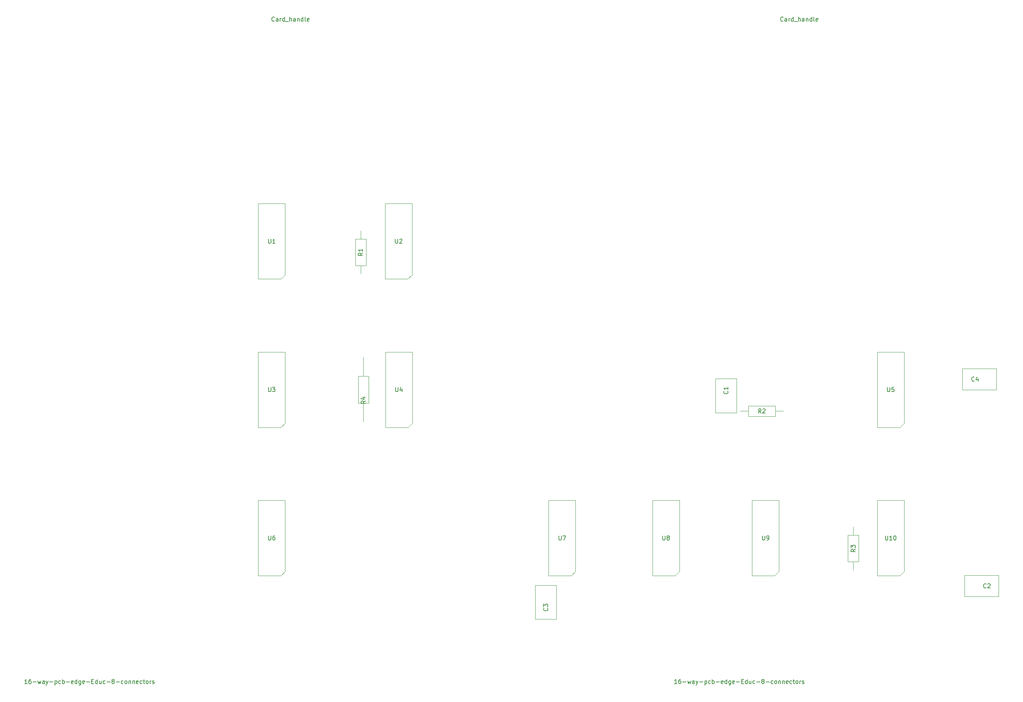
<source format=gbr>
%TF.GenerationSoftware,KiCad,Pcbnew,(5.1.10-1-10_14)*%
%TF.CreationDate,2022-02-06T20:45:04+11:00*%
%TF.ProjectId,Accumulator,41636375-6d75-46c6-9174-6f722e6b6963,rev?*%
%TF.SameCoordinates,Original*%
%TF.FileFunction,Other,Fab,Top*%
%FSLAX46Y46*%
G04 Gerber Fmt 4.6, Leading zero omitted, Abs format (unit mm)*
G04 Created by KiCad (PCBNEW (5.1.10-1-10_14)) date 2022-02-06 20:45:04*
%MOMM*%
%LPD*%
G01*
G04 APERTURE LIST*
%ADD10C,0.100000*%
%ADD11C,0.150000*%
G04 APERTURE END LIST*
D10*
%TO.C,C1*%
X186000000Y-98550000D02*
X191000000Y-98550000D01*
X191000000Y-98550000D02*
X191000000Y-90550000D01*
X191000000Y-90550000D02*
X186000000Y-90550000D01*
X186000000Y-90550000D02*
X186000000Y-98550000D01*
%TO.C,C2*%
X244750000Y-136940000D02*
X244750000Y-141940000D01*
X244750000Y-141940000D02*
X252750000Y-141940000D01*
X252750000Y-141940000D02*
X252750000Y-136940000D01*
X252750000Y-136940000D02*
X244750000Y-136940000D01*
%TO.C,C3*%
X148500000Y-139250000D02*
X143500000Y-139250000D01*
X143500000Y-139250000D02*
X143500000Y-147250000D01*
X143500000Y-147250000D02*
X148500000Y-147250000D01*
X148500000Y-147250000D02*
X148500000Y-139250000D01*
%TO.C,C4*%
X244250000Y-88100000D02*
X244250000Y-93100000D01*
X244250000Y-93100000D02*
X252250000Y-93100000D01*
X252250000Y-93100000D02*
X252250000Y-88100000D01*
X252250000Y-88100000D02*
X244250000Y-88100000D01*
%TO.C,R4*%
X101695000Y-96235000D02*
X104195000Y-96235000D01*
X104195000Y-96235000D02*
X104195000Y-89935000D01*
X104195000Y-89935000D02*
X101695000Y-89935000D01*
X101695000Y-89935000D02*
X101695000Y-96235000D01*
X102945000Y-100705000D02*
X102945000Y-96235000D01*
X102945000Y-85465000D02*
X102945000Y-89935000D01*
%TO.C,U2*%
X113415000Y-67010000D02*
X108065000Y-67010000D01*
X108065000Y-67010000D02*
X108065000Y-49230000D01*
X108065000Y-49230000D02*
X114415000Y-49230000D01*
X114415000Y-49230000D02*
X114415000Y-66010000D01*
X114415000Y-66010000D02*
X113415000Y-67010000D01*
%TO.C,R1*%
X103560000Y-57550000D02*
X101060000Y-57550000D01*
X101060000Y-57550000D02*
X101060000Y-63850000D01*
X101060000Y-63850000D02*
X103560000Y-63850000D01*
X103560000Y-63850000D02*
X103560000Y-57550000D01*
X102310000Y-55620000D02*
X102310000Y-57550000D01*
X102310000Y-65780000D02*
X102310000Y-63850000D01*
%TO.C,R2*%
X193775000Y-96915000D02*
X193775000Y-99415000D01*
X193775000Y-99415000D02*
X200075000Y-99415000D01*
X200075000Y-99415000D02*
X200075000Y-96915000D01*
X200075000Y-96915000D02*
X193775000Y-96915000D01*
X191845000Y-98165000D02*
X193775000Y-98165000D01*
X202005000Y-98165000D02*
X200075000Y-98165000D01*
%TO.C,R3*%
X217250000Y-133730000D02*
X219750000Y-133730000D01*
X219750000Y-133730000D02*
X219750000Y-127430000D01*
X219750000Y-127430000D02*
X217250000Y-127430000D01*
X217250000Y-127430000D02*
X217250000Y-133730000D01*
X218500000Y-135660000D02*
X218500000Y-133730000D01*
X218500000Y-125500000D02*
X218500000Y-127430000D01*
%TO.C,U1*%
X83485000Y-67010000D02*
X78135000Y-67010000D01*
X78135000Y-67010000D02*
X78135000Y-49230000D01*
X78135000Y-49230000D02*
X84485000Y-49230000D01*
X84485000Y-49230000D02*
X84485000Y-66010000D01*
X84485000Y-66010000D02*
X83485000Y-67010000D01*
%TO.C,U3*%
X83485000Y-102010000D02*
X78135000Y-102010000D01*
X78135000Y-102010000D02*
X78135000Y-84230000D01*
X78135000Y-84230000D02*
X84485000Y-84230000D01*
X84485000Y-84230000D02*
X84485000Y-101010000D01*
X84485000Y-101010000D02*
X83485000Y-102010000D01*
%TO.C,U4*%
X113485000Y-102010000D02*
X108135000Y-102010000D01*
X108135000Y-102010000D02*
X108135000Y-84230000D01*
X108135000Y-84230000D02*
X114485000Y-84230000D01*
X114485000Y-84230000D02*
X114485000Y-101010000D01*
X114485000Y-101010000D02*
X113485000Y-102010000D01*
%TO.C,U5*%
X229485000Y-102010000D02*
X224135000Y-102010000D01*
X224135000Y-102010000D02*
X224135000Y-84230000D01*
X224135000Y-84230000D02*
X230485000Y-84230000D01*
X230485000Y-84230000D02*
X230485000Y-101010000D01*
X230485000Y-101010000D02*
X229485000Y-102010000D01*
%TO.C,U6*%
X83485000Y-137010000D02*
X78135000Y-137010000D01*
X78135000Y-137010000D02*
X78135000Y-119230000D01*
X78135000Y-119230000D02*
X84485000Y-119230000D01*
X84485000Y-119230000D02*
X84485000Y-136010000D01*
X84485000Y-136010000D02*
X83485000Y-137010000D01*
%TO.C,U7*%
X151985000Y-137010000D02*
X146635000Y-137010000D01*
X146635000Y-137010000D02*
X146635000Y-119230000D01*
X146635000Y-119230000D02*
X152985000Y-119230000D01*
X152985000Y-119230000D02*
X152985000Y-136010000D01*
X152985000Y-136010000D02*
X151985000Y-137010000D01*
%TO.C,U8*%
X176485000Y-137010000D02*
X171135000Y-137010000D01*
X171135000Y-137010000D02*
X171135000Y-119230000D01*
X171135000Y-119230000D02*
X177485000Y-119230000D01*
X177485000Y-119230000D02*
X177485000Y-136010000D01*
X177485000Y-136010000D02*
X176485000Y-137010000D01*
%TO.C,U9*%
X199985000Y-137010000D02*
X194635000Y-137010000D01*
X194635000Y-137010000D02*
X194635000Y-119230000D01*
X194635000Y-119230000D02*
X200985000Y-119230000D01*
X200985000Y-119230000D02*
X200985000Y-136010000D01*
X200985000Y-136010000D02*
X199985000Y-137010000D01*
%TO.C,U10*%
X229485000Y-137010000D02*
X224135000Y-137010000D01*
X224135000Y-137010000D02*
X224135000Y-119230000D01*
X224135000Y-119230000D02*
X230485000Y-119230000D01*
X230485000Y-119230000D02*
X230485000Y-136010000D01*
X230485000Y-136010000D02*
X229485000Y-137010000D01*
%TD*%
%TO.C,C1*%
D11*
X188857142Y-93466666D02*
X188904761Y-93514285D01*
X188952380Y-93657142D01*
X188952380Y-93752380D01*
X188904761Y-93895238D01*
X188809523Y-93990476D01*
X188714285Y-94038095D01*
X188523809Y-94085714D01*
X188380952Y-94085714D01*
X188190476Y-94038095D01*
X188095238Y-93990476D01*
X188000000Y-93895238D01*
X187952380Y-93752380D01*
X187952380Y-93657142D01*
X188000000Y-93514285D01*
X188047619Y-93466666D01*
X188952380Y-92514285D02*
X188952380Y-93085714D01*
X188952380Y-92800000D02*
X187952380Y-92800000D01*
X188095238Y-92895238D01*
X188190476Y-92990476D01*
X188238095Y-93085714D01*
%TO.C,C2*%
X249833333Y-139797142D02*
X249785714Y-139844761D01*
X249642857Y-139892380D01*
X249547619Y-139892380D01*
X249404761Y-139844761D01*
X249309523Y-139749523D01*
X249261904Y-139654285D01*
X249214285Y-139463809D01*
X249214285Y-139320952D01*
X249261904Y-139130476D01*
X249309523Y-139035238D01*
X249404761Y-138940000D01*
X249547619Y-138892380D01*
X249642857Y-138892380D01*
X249785714Y-138940000D01*
X249833333Y-138987619D01*
X250214285Y-138987619D02*
X250261904Y-138940000D01*
X250357142Y-138892380D01*
X250595238Y-138892380D01*
X250690476Y-138940000D01*
X250738095Y-138987619D01*
X250785714Y-139082857D01*
X250785714Y-139178095D01*
X250738095Y-139320952D01*
X250166666Y-139892380D01*
X250785714Y-139892380D01*
%TO.C,C3*%
X146357142Y-144666666D02*
X146404761Y-144714285D01*
X146452380Y-144857142D01*
X146452380Y-144952380D01*
X146404761Y-145095238D01*
X146309523Y-145190476D01*
X146214285Y-145238095D01*
X146023809Y-145285714D01*
X145880952Y-145285714D01*
X145690476Y-145238095D01*
X145595238Y-145190476D01*
X145500000Y-145095238D01*
X145452380Y-144952380D01*
X145452380Y-144857142D01*
X145500000Y-144714285D01*
X145547619Y-144666666D01*
X145452380Y-144333333D02*
X145452380Y-143714285D01*
X145833333Y-144047619D01*
X145833333Y-143904761D01*
X145880952Y-143809523D01*
X145928571Y-143761904D01*
X146023809Y-143714285D01*
X146261904Y-143714285D01*
X146357142Y-143761904D01*
X146404761Y-143809523D01*
X146452380Y-143904761D01*
X146452380Y-144190476D01*
X146404761Y-144285714D01*
X146357142Y-144333333D01*
%TO.C,C4*%
X247053333Y-91012142D02*
X247005714Y-91059761D01*
X246862857Y-91107380D01*
X246767619Y-91107380D01*
X246624761Y-91059761D01*
X246529523Y-90964523D01*
X246481904Y-90869285D01*
X246434285Y-90678809D01*
X246434285Y-90535952D01*
X246481904Y-90345476D01*
X246529523Y-90250238D01*
X246624761Y-90155000D01*
X246767619Y-90107380D01*
X246862857Y-90107380D01*
X247005714Y-90155000D01*
X247053333Y-90202619D01*
X247910476Y-90440714D02*
X247910476Y-91107380D01*
X247672380Y-90059761D02*
X247434285Y-90774047D01*
X248053333Y-90774047D01*
%TO.C,H2*%
X201964285Y-6107142D02*
X201916666Y-6154761D01*
X201773809Y-6202380D01*
X201678571Y-6202380D01*
X201535714Y-6154761D01*
X201440476Y-6059523D01*
X201392857Y-5964285D01*
X201345238Y-5773809D01*
X201345238Y-5630952D01*
X201392857Y-5440476D01*
X201440476Y-5345238D01*
X201535714Y-5250000D01*
X201678571Y-5202380D01*
X201773809Y-5202380D01*
X201916666Y-5250000D01*
X201964285Y-5297619D01*
X202821428Y-6202380D02*
X202821428Y-5678571D01*
X202773809Y-5583333D01*
X202678571Y-5535714D01*
X202488095Y-5535714D01*
X202392857Y-5583333D01*
X202821428Y-6154761D02*
X202726190Y-6202380D01*
X202488095Y-6202380D01*
X202392857Y-6154761D01*
X202345238Y-6059523D01*
X202345238Y-5964285D01*
X202392857Y-5869047D01*
X202488095Y-5821428D01*
X202726190Y-5821428D01*
X202821428Y-5773809D01*
X203297619Y-6202380D02*
X203297619Y-5535714D01*
X203297619Y-5726190D02*
X203345238Y-5630952D01*
X203392857Y-5583333D01*
X203488095Y-5535714D01*
X203583333Y-5535714D01*
X204345238Y-6202380D02*
X204345238Y-5202380D01*
X204345238Y-6154761D02*
X204250000Y-6202380D01*
X204059523Y-6202380D01*
X203964285Y-6154761D01*
X203916666Y-6107142D01*
X203869047Y-6011904D01*
X203869047Y-5726190D01*
X203916666Y-5630952D01*
X203964285Y-5583333D01*
X204059523Y-5535714D01*
X204250000Y-5535714D01*
X204345238Y-5583333D01*
X204583333Y-6297619D02*
X205345238Y-6297619D01*
X205583333Y-6202380D02*
X205583333Y-5202380D01*
X206011904Y-6202380D02*
X206011904Y-5678571D01*
X205964285Y-5583333D01*
X205869047Y-5535714D01*
X205726190Y-5535714D01*
X205630952Y-5583333D01*
X205583333Y-5630952D01*
X206916666Y-6202380D02*
X206916666Y-5678571D01*
X206869047Y-5583333D01*
X206773809Y-5535714D01*
X206583333Y-5535714D01*
X206488095Y-5583333D01*
X206916666Y-6154761D02*
X206821428Y-6202380D01*
X206583333Y-6202380D01*
X206488095Y-6154761D01*
X206440476Y-6059523D01*
X206440476Y-5964285D01*
X206488095Y-5869047D01*
X206583333Y-5821428D01*
X206821428Y-5821428D01*
X206916666Y-5773809D01*
X207392857Y-5535714D02*
X207392857Y-6202380D01*
X207392857Y-5630952D02*
X207440476Y-5583333D01*
X207535714Y-5535714D01*
X207678571Y-5535714D01*
X207773809Y-5583333D01*
X207821428Y-5678571D01*
X207821428Y-6202380D01*
X208726190Y-6202380D02*
X208726190Y-5202380D01*
X208726190Y-6154761D02*
X208630952Y-6202380D01*
X208440476Y-6202380D01*
X208345238Y-6154761D01*
X208297619Y-6107142D01*
X208250000Y-6011904D01*
X208250000Y-5726190D01*
X208297619Y-5630952D01*
X208345238Y-5583333D01*
X208440476Y-5535714D01*
X208630952Y-5535714D01*
X208726190Y-5583333D01*
X209345238Y-6202380D02*
X209250000Y-6154761D01*
X209202380Y-6059523D01*
X209202380Y-5202380D01*
X210107142Y-6154761D02*
X210011904Y-6202380D01*
X209821428Y-6202380D01*
X209726190Y-6154761D01*
X209678571Y-6059523D01*
X209678571Y-5678571D01*
X209726190Y-5583333D01*
X209821428Y-5535714D01*
X210011904Y-5535714D01*
X210107142Y-5583333D01*
X210154761Y-5678571D01*
X210154761Y-5773809D01*
X209678571Y-5869047D01*
%TO.C,H1*%
X81964285Y-6107142D02*
X81916666Y-6154761D01*
X81773809Y-6202380D01*
X81678571Y-6202380D01*
X81535714Y-6154761D01*
X81440476Y-6059523D01*
X81392857Y-5964285D01*
X81345238Y-5773809D01*
X81345238Y-5630952D01*
X81392857Y-5440476D01*
X81440476Y-5345238D01*
X81535714Y-5250000D01*
X81678571Y-5202380D01*
X81773809Y-5202380D01*
X81916666Y-5250000D01*
X81964285Y-5297619D01*
X82821428Y-6202380D02*
X82821428Y-5678571D01*
X82773809Y-5583333D01*
X82678571Y-5535714D01*
X82488095Y-5535714D01*
X82392857Y-5583333D01*
X82821428Y-6154761D02*
X82726190Y-6202380D01*
X82488095Y-6202380D01*
X82392857Y-6154761D01*
X82345238Y-6059523D01*
X82345238Y-5964285D01*
X82392857Y-5869047D01*
X82488095Y-5821428D01*
X82726190Y-5821428D01*
X82821428Y-5773809D01*
X83297619Y-6202380D02*
X83297619Y-5535714D01*
X83297619Y-5726190D02*
X83345238Y-5630952D01*
X83392857Y-5583333D01*
X83488095Y-5535714D01*
X83583333Y-5535714D01*
X84345238Y-6202380D02*
X84345238Y-5202380D01*
X84345238Y-6154761D02*
X84250000Y-6202380D01*
X84059523Y-6202380D01*
X83964285Y-6154761D01*
X83916666Y-6107142D01*
X83869047Y-6011904D01*
X83869047Y-5726190D01*
X83916666Y-5630952D01*
X83964285Y-5583333D01*
X84059523Y-5535714D01*
X84250000Y-5535714D01*
X84345238Y-5583333D01*
X84583333Y-6297619D02*
X85345238Y-6297619D01*
X85583333Y-6202380D02*
X85583333Y-5202380D01*
X86011904Y-6202380D02*
X86011904Y-5678571D01*
X85964285Y-5583333D01*
X85869047Y-5535714D01*
X85726190Y-5535714D01*
X85630952Y-5583333D01*
X85583333Y-5630952D01*
X86916666Y-6202380D02*
X86916666Y-5678571D01*
X86869047Y-5583333D01*
X86773809Y-5535714D01*
X86583333Y-5535714D01*
X86488095Y-5583333D01*
X86916666Y-6154761D02*
X86821428Y-6202380D01*
X86583333Y-6202380D01*
X86488095Y-6154761D01*
X86440476Y-6059523D01*
X86440476Y-5964285D01*
X86488095Y-5869047D01*
X86583333Y-5821428D01*
X86821428Y-5821428D01*
X86916666Y-5773809D01*
X87392857Y-5535714D02*
X87392857Y-6202380D01*
X87392857Y-5630952D02*
X87440476Y-5583333D01*
X87535714Y-5535714D01*
X87678571Y-5535714D01*
X87773809Y-5583333D01*
X87821428Y-5678571D01*
X87821428Y-6202380D01*
X88726190Y-6202380D02*
X88726190Y-5202380D01*
X88726190Y-6154761D02*
X88630952Y-6202380D01*
X88440476Y-6202380D01*
X88345238Y-6154761D01*
X88297619Y-6107142D01*
X88250000Y-6011904D01*
X88250000Y-5726190D01*
X88297619Y-5630952D01*
X88345238Y-5583333D01*
X88440476Y-5535714D01*
X88630952Y-5535714D01*
X88726190Y-5583333D01*
X89345238Y-6202380D02*
X89250000Y-6154761D01*
X89202380Y-6059523D01*
X89202380Y-5202380D01*
X90107142Y-6154761D02*
X90011904Y-6202380D01*
X89821428Y-6202380D01*
X89726190Y-6154761D01*
X89678571Y-6059523D01*
X89678571Y-5678571D01*
X89726190Y-5583333D01*
X89821428Y-5535714D01*
X90011904Y-5535714D01*
X90107142Y-5583333D01*
X90154761Y-5678571D01*
X90154761Y-5773809D01*
X89678571Y-5869047D01*
%TO.C,R4*%
X103397380Y-95791666D02*
X102921190Y-96125000D01*
X103397380Y-96363095D02*
X102397380Y-96363095D01*
X102397380Y-95982142D01*
X102445000Y-95886904D01*
X102492619Y-95839285D01*
X102587857Y-95791666D01*
X102730714Y-95791666D01*
X102825952Y-95839285D01*
X102873571Y-95886904D01*
X102921190Y-95982142D01*
X102921190Y-96363095D01*
X102730714Y-94934523D02*
X103397380Y-94934523D01*
X102349761Y-95172619D02*
X103064047Y-95410714D01*
X103064047Y-94791666D01*
%TO.C,U2*%
X110478095Y-57572380D02*
X110478095Y-58381904D01*
X110525714Y-58477142D01*
X110573333Y-58524761D01*
X110668571Y-58572380D01*
X110859047Y-58572380D01*
X110954285Y-58524761D01*
X111001904Y-58477142D01*
X111049523Y-58381904D01*
X111049523Y-57572380D01*
X111478095Y-57667619D02*
X111525714Y-57620000D01*
X111620952Y-57572380D01*
X111859047Y-57572380D01*
X111954285Y-57620000D01*
X112001904Y-57667619D01*
X112049523Y-57762857D01*
X112049523Y-57858095D01*
X112001904Y-58000952D01*
X111430476Y-58572380D01*
X112049523Y-58572380D01*
%TO.C,J1*%
X176911314Y-162440380D02*
X176339885Y-162440380D01*
X176625600Y-162440380D02*
X176625600Y-161440380D01*
X176530361Y-161583238D01*
X176435123Y-161678476D01*
X176339885Y-161726095D01*
X177768457Y-161440380D02*
X177577980Y-161440380D01*
X177482742Y-161488000D01*
X177435123Y-161535619D01*
X177339885Y-161678476D01*
X177292266Y-161868952D01*
X177292266Y-162249904D01*
X177339885Y-162345142D01*
X177387504Y-162392761D01*
X177482742Y-162440380D01*
X177673219Y-162440380D01*
X177768457Y-162392761D01*
X177816076Y-162345142D01*
X177863695Y-162249904D01*
X177863695Y-162011809D01*
X177816076Y-161916571D01*
X177768457Y-161868952D01*
X177673219Y-161821333D01*
X177482742Y-161821333D01*
X177387504Y-161868952D01*
X177339885Y-161916571D01*
X177292266Y-162011809D01*
X178292266Y-162059428D02*
X179054171Y-162059428D01*
X179435123Y-161773714D02*
X179625600Y-162440380D01*
X179816076Y-161964190D01*
X180006552Y-162440380D01*
X180197028Y-161773714D01*
X181006552Y-162440380D02*
X181006552Y-161916571D01*
X180958933Y-161821333D01*
X180863695Y-161773714D01*
X180673219Y-161773714D01*
X180577980Y-161821333D01*
X181006552Y-162392761D02*
X180911314Y-162440380D01*
X180673219Y-162440380D01*
X180577980Y-162392761D01*
X180530361Y-162297523D01*
X180530361Y-162202285D01*
X180577980Y-162107047D01*
X180673219Y-162059428D01*
X180911314Y-162059428D01*
X181006552Y-162011809D01*
X181387504Y-161773714D02*
X181625600Y-162440380D01*
X181863695Y-161773714D02*
X181625600Y-162440380D01*
X181530361Y-162678476D01*
X181482742Y-162726095D01*
X181387504Y-162773714D01*
X182244647Y-162059428D02*
X183006552Y-162059428D01*
X183482742Y-161773714D02*
X183482742Y-162773714D01*
X183482742Y-161821333D02*
X183577980Y-161773714D01*
X183768457Y-161773714D01*
X183863695Y-161821333D01*
X183911314Y-161868952D01*
X183958933Y-161964190D01*
X183958933Y-162249904D01*
X183911314Y-162345142D01*
X183863695Y-162392761D01*
X183768457Y-162440380D01*
X183577980Y-162440380D01*
X183482742Y-162392761D01*
X184816076Y-162392761D02*
X184720838Y-162440380D01*
X184530361Y-162440380D01*
X184435123Y-162392761D01*
X184387504Y-162345142D01*
X184339885Y-162249904D01*
X184339885Y-161964190D01*
X184387504Y-161868952D01*
X184435123Y-161821333D01*
X184530361Y-161773714D01*
X184720838Y-161773714D01*
X184816076Y-161821333D01*
X185244647Y-162440380D02*
X185244647Y-161440380D01*
X185244647Y-161821333D02*
X185339885Y-161773714D01*
X185530361Y-161773714D01*
X185625600Y-161821333D01*
X185673219Y-161868952D01*
X185720838Y-161964190D01*
X185720838Y-162249904D01*
X185673219Y-162345142D01*
X185625600Y-162392761D01*
X185530361Y-162440380D01*
X185339885Y-162440380D01*
X185244647Y-162392761D01*
X186149409Y-162059428D02*
X186911314Y-162059428D01*
X187768457Y-162392761D02*
X187673219Y-162440380D01*
X187482742Y-162440380D01*
X187387504Y-162392761D01*
X187339885Y-162297523D01*
X187339885Y-161916571D01*
X187387504Y-161821333D01*
X187482742Y-161773714D01*
X187673219Y-161773714D01*
X187768457Y-161821333D01*
X187816076Y-161916571D01*
X187816076Y-162011809D01*
X187339885Y-162107047D01*
X188673219Y-162440380D02*
X188673219Y-161440380D01*
X188673219Y-162392761D02*
X188577980Y-162440380D01*
X188387504Y-162440380D01*
X188292266Y-162392761D01*
X188244647Y-162345142D01*
X188197028Y-162249904D01*
X188197028Y-161964190D01*
X188244647Y-161868952D01*
X188292266Y-161821333D01*
X188387504Y-161773714D01*
X188577980Y-161773714D01*
X188673219Y-161821333D01*
X189577980Y-161773714D02*
X189577980Y-162583238D01*
X189530361Y-162678476D01*
X189482742Y-162726095D01*
X189387504Y-162773714D01*
X189244647Y-162773714D01*
X189149409Y-162726095D01*
X189577980Y-162392761D02*
X189482742Y-162440380D01*
X189292266Y-162440380D01*
X189197028Y-162392761D01*
X189149409Y-162345142D01*
X189101790Y-162249904D01*
X189101790Y-161964190D01*
X189149409Y-161868952D01*
X189197028Y-161821333D01*
X189292266Y-161773714D01*
X189482742Y-161773714D01*
X189577980Y-161821333D01*
X190435123Y-162392761D02*
X190339885Y-162440380D01*
X190149409Y-162440380D01*
X190054171Y-162392761D01*
X190006552Y-162297523D01*
X190006552Y-161916571D01*
X190054171Y-161821333D01*
X190149409Y-161773714D01*
X190339885Y-161773714D01*
X190435123Y-161821333D01*
X190482742Y-161916571D01*
X190482742Y-162011809D01*
X190006552Y-162107047D01*
X190911314Y-162059428D02*
X191673219Y-162059428D01*
X192149409Y-161916571D02*
X192482742Y-161916571D01*
X192625600Y-162440380D02*
X192149409Y-162440380D01*
X192149409Y-161440380D01*
X192625600Y-161440380D01*
X193482742Y-162440380D02*
X193482742Y-161440380D01*
X193482742Y-162392761D02*
X193387504Y-162440380D01*
X193197028Y-162440380D01*
X193101790Y-162392761D01*
X193054171Y-162345142D01*
X193006552Y-162249904D01*
X193006552Y-161964190D01*
X193054171Y-161868952D01*
X193101790Y-161821333D01*
X193197028Y-161773714D01*
X193387504Y-161773714D01*
X193482742Y-161821333D01*
X194387504Y-161773714D02*
X194387504Y-162440380D01*
X193958933Y-161773714D02*
X193958933Y-162297523D01*
X194006552Y-162392761D01*
X194101790Y-162440380D01*
X194244647Y-162440380D01*
X194339885Y-162392761D01*
X194387504Y-162345142D01*
X195292266Y-162392761D02*
X195197028Y-162440380D01*
X195006552Y-162440380D01*
X194911314Y-162392761D01*
X194863695Y-162345142D01*
X194816076Y-162249904D01*
X194816076Y-161964190D01*
X194863695Y-161868952D01*
X194911314Y-161821333D01*
X195006552Y-161773714D01*
X195197028Y-161773714D01*
X195292266Y-161821333D01*
X195720838Y-162059428D02*
X196482742Y-162059428D01*
X197101790Y-161868952D02*
X197006552Y-161821333D01*
X196958933Y-161773714D01*
X196911314Y-161678476D01*
X196911314Y-161630857D01*
X196958933Y-161535619D01*
X197006552Y-161488000D01*
X197101790Y-161440380D01*
X197292266Y-161440380D01*
X197387504Y-161488000D01*
X197435123Y-161535619D01*
X197482742Y-161630857D01*
X197482742Y-161678476D01*
X197435123Y-161773714D01*
X197387504Y-161821333D01*
X197292266Y-161868952D01*
X197101790Y-161868952D01*
X197006552Y-161916571D01*
X196958933Y-161964190D01*
X196911314Y-162059428D01*
X196911314Y-162249904D01*
X196958933Y-162345142D01*
X197006552Y-162392761D01*
X197101790Y-162440380D01*
X197292266Y-162440380D01*
X197387504Y-162392761D01*
X197435123Y-162345142D01*
X197482742Y-162249904D01*
X197482742Y-162059428D01*
X197435123Y-161964190D01*
X197387504Y-161916571D01*
X197292266Y-161868952D01*
X197911314Y-162059428D02*
X198673219Y-162059428D01*
X199577980Y-162392761D02*
X199482742Y-162440380D01*
X199292266Y-162440380D01*
X199197028Y-162392761D01*
X199149409Y-162345142D01*
X199101790Y-162249904D01*
X199101790Y-161964190D01*
X199149409Y-161868952D01*
X199197028Y-161821333D01*
X199292266Y-161773714D01*
X199482742Y-161773714D01*
X199577980Y-161821333D01*
X200149409Y-162440380D02*
X200054171Y-162392761D01*
X200006552Y-162345142D01*
X199958933Y-162249904D01*
X199958933Y-161964190D01*
X200006552Y-161868952D01*
X200054171Y-161821333D01*
X200149409Y-161773714D01*
X200292266Y-161773714D01*
X200387504Y-161821333D01*
X200435123Y-161868952D01*
X200482742Y-161964190D01*
X200482742Y-162249904D01*
X200435123Y-162345142D01*
X200387504Y-162392761D01*
X200292266Y-162440380D01*
X200149409Y-162440380D01*
X200911314Y-161773714D02*
X200911314Y-162440380D01*
X200911314Y-161868952D02*
X200958933Y-161821333D01*
X201054171Y-161773714D01*
X201197028Y-161773714D01*
X201292266Y-161821333D01*
X201339885Y-161916571D01*
X201339885Y-162440380D01*
X201816076Y-161773714D02*
X201816076Y-162440380D01*
X201816076Y-161868952D02*
X201863695Y-161821333D01*
X201958933Y-161773714D01*
X202101790Y-161773714D01*
X202197028Y-161821333D01*
X202244647Y-161916571D01*
X202244647Y-162440380D01*
X203101790Y-162392761D02*
X203006552Y-162440380D01*
X202816076Y-162440380D01*
X202720838Y-162392761D01*
X202673219Y-162297523D01*
X202673219Y-161916571D01*
X202720838Y-161821333D01*
X202816076Y-161773714D01*
X203006552Y-161773714D01*
X203101790Y-161821333D01*
X203149409Y-161916571D01*
X203149409Y-162011809D01*
X202673219Y-162107047D01*
X204006552Y-162392761D02*
X203911314Y-162440380D01*
X203720838Y-162440380D01*
X203625600Y-162392761D01*
X203577980Y-162345142D01*
X203530361Y-162249904D01*
X203530361Y-161964190D01*
X203577980Y-161868952D01*
X203625600Y-161821333D01*
X203720838Y-161773714D01*
X203911314Y-161773714D01*
X204006552Y-161821333D01*
X204292266Y-161773714D02*
X204673219Y-161773714D01*
X204435123Y-161440380D02*
X204435123Y-162297523D01*
X204482742Y-162392761D01*
X204577980Y-162440380D01*
X204673219Y-162440380D01*
X205149409Y-162440380D02*
X205054171Y-162392761D01*
X205006552Y-162345142D01*
X204958933Y-162249904D01*
X204958933Y-161964190D01*
X205006552Y-161868952D01*
X205054171Y-161821333D01*
X205149409Y-161773714D01*
X205292266Y-161773714D01*
X205387504Y-161821333D01*
X205435123Y-161868952D01*
X205482742Y-161964190D01*
X205482742Y-162249904D01*
X205435123Y-162345142D01*
X205387504Y-162392761D01*
X205292266Y-162440380D01*
X205149409Y-162440380D01*
X205911314Y-162440380D02*
X205911314Y-161773714D01*
X205911314Y-161964190D02*
X205958933Y-161868952D01*
X206006552Y-161821333D01*
X206101790Y-161773714D01*
X206197028Y-161773714D01*
X206482742Y-162392761D02*
X206577980Y-162440380D01*
X206768457Y-162440380D01*
X206863695Y-162392761D01*
X206911314Y-162297523D01*
X206911314Y-162249904D01*
X206863695Y-162154666D01*
X206768457Y-162107047D01*
X206625600Y-162107047D01*
X206530361Y-162059428D01*
X206482742Y-161964190D01*
X206482742Y-161916571D01*
X206530361Y-161821333D01*
X206625600Y-161773714D01*
X206768457Y-161773714D01*
X206863695Y-161821333D01*
%TO.C,J2*%
X23624914Y-162440380D02*
X23053485Y-162440380D01*
X23339200Y-162440380D02*
X23339200Y-161440380D01*
X23243961Y-161583238D01*
X23148723Y-161678476D01*
X23053485Y-161726095D01*
X24482057Y-161440380D02*
X24291580Y-161440380D01*
X24196342Y-161488000D01*
X24148723Y-161535619D01*
X24053485Y-161678476D01*
X24005866Y-161868952D01*
X24005866Y-162249904D01*
X24053485Y-162345142D01*
X24101104Y-162392761D01*
X24196342Y-162440380D01*
X24386819Y-162440380D01*
X24482057Y-162392761D01*
X24529676Y-162345142D01*
X24577295Y-162249904D01*
X24577295Y-162011809D01*
X24529676Y-161916571D01*
X24482057Y-161868952D01*
X24386819Y-161821333D01*
X24196342Y-161821333D01*
X24101104Y-161868952D01*
X24053485Y-161916571D01*
X24005866Y-162011809D01*
X25005866Y-162059428D02*
X25767771Y-162059428D01*
X26148723Y-161773714D02*
X26339200Y-162440380D01*
X26529676Y-161964190D01*
X26720152Y-162440380D01*
X26910628Y-161773714D01*
X27720152Y-162440380D02*
X27720152Y-161916571D01*
X27672533Y-161821333D01*
X27577295Y-161773714D01*
X27386819Y-161773714D01*
X27291580Y-161821333D01*
X27720152Y-162392761D02*
X27624914Y-162440380D01*
X27386819Y-162440380D01*
X27291580Y-162392761D01*
X27243961Y-162297523D01*
X27243961Y-162202285D01*
X27291580Y-162107047D01*
X27386819Y-162059428D01*
X27624914Y-162059428D01*
X27720152Y-162011809D01*
X28101104Y-161773714D02*
X28339200Y-162440380D01*
X28577295Y-161773714D02*
X28339200Y-162440380D01*
X28243961Y-162678476D01*
X28196342Y-162726095D01*
X28101104Y-162773714D01*
X28958247Y-162059428D02*
X29720152Y-162059428D01*
X30196342Y-161773714D02*
X30196342Y-162773714D01*
X30196342Y-161821333D02*
X30291580Y-161773714D01*
X30482057Y-161773714D01*
X30577295Y-161821333D01*
X30624914Y-161868952D01*
X30672533Y-161964190D01*
X30672533Y-162249904D01*
X30624914Y-162345142D01*
X30577295Y-162392761D01*
X30482057Y-162440380D01*
X30291580Y-162440380D01*
X30196342Y-162392761D01*
X31529676Y-162392761D02*
X31434438Y-162440380D01*
X31243961Y-162440380D01*
X31148723Y-162392761D01*
X31101104Y-162345142D01*
X31053485Y-162249904D01*
X31053485Y-161964190D01*
X31101104Y-161868952D01*
X31148723Y-161821333D01*
X31243961Y-161773714D01*
X31434438Y-161773714D01*
X31529676Y-161821333D01*
X31958247Y-162440380D02*
X31958247Y-161440380D01*
X31958247Y-161821333D02*
X32053485Y-161773714D01*
X32243961Y-161773714D01*
X32339200Y-161821333D01*
X32386819Y-161868952D01*
X32434438Y-161964190D01*
X32434438Y-162249904D01*
X32386819Y-162345142D01*
X32339200Y-162392761D01*
X32243961Y-162440380D01*
X32053485Y-162440380D01*
X31958247Y-162392761D01*
X32863009Y-162059428D02*
X33624914Y-162059428D01*
X34482057Y-162392761D02*
X34386819Y-162440380D01*
X34196342Y-162440380D01*
X34101104Y-162392761D01*
X34053485Y-162297523D01*
X34053485Y-161916571D01*
X34101104Y-161821333D01*
X34196342Y-161773714D01*
X34386819Y-161773714D01*
X34482057Y-161821333D01*
X34529676Y-161916571D01*
X34529676Y-162011809D01*
X34053485Y-162107047D01*
X35386819Y-162440380D02*
X35386819Y-161440380D01*
X35386819Y-162392761D02*
X35291580Y-162440380D01*
X35101104Y-162440380D01*
X35005866Y-162392761D01*
X34958247Y-162345142D01*
X34910628Y-162249904D01*
X34910628Y-161964190D01*
X34958247Y-161868952D01*
X35005866Y-161821333D01*
X35101104Y-161773714D01*
X35291580Y-161773714D01*
X35386819Y-161821333D01*
X36291580Y-161773714D02*
X36291580Y-162583238D01*
X36243961Y-162678476D01*
X36196342Y-162726095D01*
X36101104Y-162773714D01*
X35958247Y-162773714D01*
X35863009Y-162726095D01*
X36291580Y-162392761D02*
X36196342Y-162440380D01*
X36005866Y-162440380D01*
X35910628Y-162392761D01*
X35863009Y-162345142D01*
X35815390Y-162249904D01*
X35815390Y-161964190D01*
X35863009Y-161868952D01*
X35910628Y-161821333D01*
X36005866Y-161773714D01*
X36196342Y-161773714D01*
X36291580Y-161821333D01*
X37148723Y-162392761D02*
X37053485Y-162440380D01*
X36863009Y-162440380D01*
X36767771Y-162392761D01*
X36720152Y-162297523D01*
X36720152Y-161916571D01*
X36767771Y-161821333D01*
X36863009Y-161773714D01*
X37053485Y-161773714D01*
X37148723Y-161821333D01*
X37196342Y-161916571D01*
X37196342Y-162011809D01*
X36720152Y-162107047D01*
X37624914Y-162059428D02*
X38386819Y-162059428D01*
X38863009Y-161916571D02*
X39196342Y-161916571D01*
X39339200Y-162440380D02*
X38863009Y-162440380D01*
X38863009Y-161440380D01*
X39339200Y-161440380D01*
X40196342Y-162440380D02*
X40196342Y-161440380D01*
X40196342Y-162392761D02*
X40101104Y-162440380D01*
X39910628Y-162440380D01*
X39815390Y-162392761D01*
X39767771Y-162345142D01*
X39720152Y-162249904D01*
X39720152Y-161964190D01*
X39767771Y-161868952D01*
X39815390Y-161821333D01*
X39910628Y-161773714D01*
X40101104Y-161773714D01*
X40196342Y-161821333D01*
X41101104Y-161773714D02*
X41101104Y-162440380D01*
X40672533Y-161773714D02*
X40672533Y-162297523D01*
X40720152Y-162392761D01*
X40815390Y-162440380D01*
X40958247Y-162440380D01*
X41053485Y-162392761D01*
X41101104Y-162345142D01*
X42005866Y-162392761D02*
X41910628Y-162440380D01*
X41720152Y-162440380D01*
X41624914Y-162392761D01*
X41577295Y-162345142D01*
X41529676Y-162249904D01*
X41529676Y-161964190D01*
X41577295Y-161868952D01*
X41624914Y-161821333D01*
X41720152Y-161773714D01*
X41910628Y-161773714D01*
X42005866Y-161821333D01*
X42434438Y-162059428D02*
X43196342Y-162059428D01*
X43815390Y-161868952D02*
X43720152Y-161821333D01*
X43672533Y-161773714D01*
X43624914Y-161678476D01*
X43624914Y-161630857D01*
X43672533Y-161535619D01*
X43720152Y-161488000D01*
X43815390Y-161440380D01*
X44005866Y-161440380D01*
X44101104Y-161488000D01*
X44148723Y-161535619D01*
X44196342Y-161630857D01*
X44196342Y-161678476D01*
X44148723Y-161773714D01*
X44101104Y-161821333D01*
X44005866Y-161868952D01*
X43815390Y-161868952D01*
X43720152Y-161916571D01*
X43672533Y-161964190D01*
X43624914Y-162059428D01*
X43624914Y-162249904D01*
X43672533Y-162345142D01*
X43720152Y-162392761D01*
X43815390Y-162440380D01*
X44005866Y-162440380D01*
X44101104Y-162392761D01*
X44148723Y-162345142D01*
X44196342Y-162249904D01*
X44196342Y-162059428D01*
X44148723Y-161964190D01*
X44101104Y-161916571D01*
X44005866Y-161868952D01*
X44624914Y-162059428D02*
X45386819Y-162059428D01*
X46291580Y-162392761D02*
X46196342Y-162440380D01*
X46005866Y-162440380D01*
X45910628Y-162392761D01*
X45863009Y-162345142D01*
X45815390Y-162249904D01*
X45815390Y-161964190D01*
X45863009Y-161868952D01*
X45910628Y-161821333D01*
X46005866Y-161773714D01*
X46196342Y-161773714D01*
X46291580Y-161821333D01*
X46863009Y-162440380D02*
X46767771Y-162392761D01*
X46720152Y-162345142D01*
X46672533Y-162249904D01*
X46672533Y-161964190D01*
X46720152Y-161868952D01*
X46767771Y-161821333D01*
X46863009Y-161773714D01*
X47005866Y-161773714D01*
X47101104Y-161821333D01*
X47148723Y-161868952D01*
X47196342Y-161964190D01*
X47196342Y-162249904D01*
X47148723Y-162345142D01*
X47101104Y-162392761D01*
X47005866Y-162440380D01*
X46863009Y-162440380D01*
X47624914Y-161773714D02*
X47624914Y-162440380D01*
X47624914Y-161868952D02*
X47672533Y-161821333D01*
X47767771Y-161773714D01*
X47910628Y-161773714D01*
X48005866Y-161821333D01*
X48053485Y-161916571D01*
X48053485Y-162440380D01*
X48529676Y-161773714D02*
X48529676Y-162440380D01*
X48529676Y-161868952D02*
X48577295Y-161821333D01*
X48672533Y-161773714D01*
X48815390Y-161773714D01*
X48910628Y-161821333D01*
X48958247Y-161916571D01*
X48958247Y-162440380D01*
X49815390Y-162392761D02*
X49720152Y-162440380D01*
X49529676Y-162440380D01*
X49434438Y-162392761D01*
X49386819Y-162297523D01*
X49386819Y-161916571D01*
X49434438Y-161821333D01*
X49529676Y-161773714D01*
X49720152Y-161773714D01*
X49815390Y-161821333D01*
X49863009Y-161916571D01*
X49863009Y-162011809D01*
X49386819Y-162107047D01*
X50720152Y-162392761D02*
X50624914Y-162440380D01*
X50434438Y-162440380D01*
X50339200Y-162392761D01*
X50291580Y-162345142D01*
X50243961Y-162249904D01*
X50243961Y-161964190D01*
X50291580Y-161868952D01*
X50339200Y-161821333D01*
X50434438Y-161773714D01*
X50624914Y-161773714D01*
X50720152Y-161821333D01*
X51005866Y-161773714D02*
X51386819Y-161773714D01*
X51148723Y-161440380D02*
X51148723Y-162297523D01*
X51196342Y-162392761D01*
X51291580Y-162440380D01*
X51386819Y-162440380D01*
X51863009Y-162440380D02*
X51767771Y-162392761D01*
X51720152Y-162345142D01*
X51672533Y-162249904D01*
X51672533Y-161964190D01*
X51720152Y-161868952D01*
X51767771Y-161821333D01*
X51863009Y-161773714D01*
X52005866Y-161773714D01*
X52101104Y-161821333D01*
X52148723Y-161868952D01*
X52196342Y-161964190D01*
X52196342Y-162249904D01*
X52148723Y-162345142D01*
X52101104Y-162392761D01*
X52005866Y-162440380D01*
X51863009Y-162440380D01*
X52624914Y-162440380D02*
X52624914Y-161773714D01*
X52624914Y-161964190D02*
X52672533Y-161868952D01*
X52720152Y-161821333D01*
X52815390Y-161773714D01*
X52910628Y-161773714D01*
X53196342Y-162392761D02*
X53291580Y-162440380D01*
X53482057Y-162440380D01*
X53577295Y-162392761D01*
X53624914Y-162297523D01*
X53624914Y-162249904D01*
X53577295Y-162154666D01*
X53482057Y-162107047D01*
X53339199Y-162107047D01*
X53243961Y-162059428D01*
X53196342Y-161964190D01*
X53196342Y-161916571D01*
X53243961Y-161821333D01*
X53339199Y-161773714D01*
X53482057Y-161773714D01*
X53577295Y-161821333D01*
%TO.C,R1*%
X102762380Y-60866666D02*
X102286190Y-61200000D01*
X102762380Y-61438095D02*
X101762380Y-61438095D01*
X101762380Y-61057142D01*
X101810000Y-60961904D01*
X101857619Y-60914285D01*
X101952857Y-60866666D01*
X102095714Y-60866666D01*
X102190952Y-60914285D01*
X102238571Y-60961904D01*
X102286190Y-61057142D01*
X102286190Y-61438095D01*
X102762380Y-59914285D02*
X102762380Y-60485714D01*
X102762380Y-60200000D02*
X101762380Y-60200000D01*
X101905238Y-60295238D01*
X102000476Y-60390476D01*
X102048095Y-60485714D01*
%TO.C,R2*%
X196758333Y-98617380D02*
X196425000Y-98141190D01*
X196186904Y-98617380D02*
X196186904Y-97617380D01*
X196567857Y-97617380D01*
X196663095Y-97665000D01*
X196710714Y-97712619D01*
X196758333Y-97807857D01*
X196758333Y-97950714D01*
X196710714Y-98045952D01*
X196663095Y-98093571D01*
X196567857Y-98141190D01*
X196186904Y-98141190D01*
X197139285Y-97712619D02*
X197186904Y-97665000D01*
X197282142Y-97617380D01*
X197520238Y-97617380D01*
X197615476Y-97665000D01*
X197663095Y-97712619D01*
X197710714Y-97807857D01*
X197710714Y-97903095D01*
X197663095Y-98045952D01*
X197091666Y-98617380D01*
X197710714Y-98617380D01*
%TO.C,R3*%
X218952380Y-130746666D02*
X218476190Y-131080000D01*
X218952380Y-131318095D02*
X217952380Y-131318095D01*
X217952380Y-130937142D01*
X218000000Y-130841904D01*
X218047619Y-130794285D01*
X218142857Y-130746666D01*
X218285714Y-130746666D01*
X218380952Y-130794285D01*
X218428571Y-130841904D01*
X218476190Y-130937142D01*
X218476190Y-131318095D01*
X217952380Y-130413333D02*
X217952380Y-129794285D01*
X218333333Y-130127619D01*
X218333333Y-129984761D01*
X218380952Y-129889523D01*
X218428571Y-129841904D01*
X218523809Y-129794285D01*
X218761904Y-129794285D01*
X218857142Y-129841904D01*
X218904761Y-129889523D01*
X218952380Y-129984761D01*
X218952380Y-130270476D01*
X218904761Y-130365714D01*
X218857142Y-130413333D01*
%TO.C,U1*%
X80548095Y-57572380D02*
X80548095Y-58381904D01*
X80595714Y-58477142D01*
X80643333Y-58524761D01*
X80738571Y-58572380D01*
X80929047Y-58572380D01*
X81024285Y-58524761D01*
X81071904Y-58477142D01*
X81119523Y-58381904D01*
X81119523Y-57572380D01*
X82119523Y-58572380D02*
X81548095Y-58572380D01*
X81833809Y-58572380D02*
X81833809Y-57572380D01*
X81738571Y-57715238D01*
X81643333Y-57810476D01*
X81548095Y-57858095D01*
%TO.C,U3*%
X80548095Y-92572380D02*
X80548095Y-93381904D01*
X80595714Y-93477142D01*
X80643333Y-93524761D01*
X80738571Y-93572380D01*
X80929047Y-93572380D01*
X81024285Y-93524761D01*
X81071904Y-93477142D01*
X81119523Y-93381904D01*
X81119523Y-92572380D01*
X81500476Y-92572380D02*
X82119523Y-92572380D01*
X81786190Y-92953333D01*
X81929047Y-92953333D01*
X82024285Y-93000952D01*
X82071904Y-93048571D01*
X82119523Y-93143809D01*
X82119523Y-93381904D01*
X82071904Y-93477142D01*
X82024285Y-93524761D01*
X81929047Y-93572380D01*
X81643333Y-93572380D01*
X81548095Y-93524761D01*
X81500476Y-93477142D01*
%TO.C,U4*%
X110548095Y-92572380D02*
X110548095Y-93381904D01*
X110595714Y-93477142D01*
X110643333Y-93524761D01*
X110738571Y-93572380D01*
X110929047Y-93572380D01*
X111024285Y-93524761D01*
X111071904Y-93477142D01*
X111119523Y-93381904D01*
X111119523Y-92572380D01*
X112024285Y-92905714D02*
X112024285Y-93572380D01*
X111786190Y-92524761D02*
X111548095Y-93239047D01*
X112167142Y-93239047D01*
%TO.C,U5*%
X226548095Y-92572380D02*
X226548095Y-93381904D01*
X226595714Y-93477142D01*
X226643333Y-93524761D01*
X226738571Y-93572380D01*
X226929047Y-93572380D01*
X227024285Y-93524761D01*
X227071904Y-93477142D01*
X227119523Y-93381904D01*
X227119523Y-92572380D01*
X228071904Y-92572380D02*
X227595714Y-92572380D01*
X227548095Y-93048571D01*
X227595714Y-93000952D01*
X227690952Y-92953333D01*
X227929047Y-92953333D01*
X228024285Y-93000952D01*
X228071904Y-93048571D01*
X228119523Y-93143809D01*
X228119523Y-93381904D01*
X228071904Y-93477142D01*
X228024285Y-93524761D01*
X227929047Y-93572380D01*
X227690952Y-93572380D01*
X227595714Y-93524761D01*
X227548095Y-93477142D01*
%TO.C,U6*%
X80548095Y-127572380D02*
X80548095Y-128381904D01*
X80595714Y-128477142D01*
X80643333Y-128524761D01*
X80738571Y-128572380D01*
X80929047Y-128572380D01*
X81024285Y-128524761D01*
X81071904Y-128477142D01*
X81119523Y-128381904D01*
X81119523Y-127572380D01*
X82024285Y-127572380D02*
X81833809Y-127572380D01*
X81738571Y-127620000D01*
X81690952Y-127667619D01*
X81595714Y-127810476D01*
X81548095Y-128000952D01*
X81548095Y-128381904D01*
X81595714Y-128477142D01*
X81643333Y-128524761D01*
X81738571Y-128572380D01*
X81929047Y-128572380D01*
X82024285Y-128524761D01*
X82071904Y-128477142D01*
X82119523Y-128381904D01*
X82119523Y-128143809D01*
X82071904Y-128048571D01*
X82024285Y-128000952D01*
X81929047Y-127953333D01*
X81738571Y-127953333D01*
X81643333Y-128000952D01*
X81595714Y-128048571D01*
X81548095Y-128143809D01*
%TO.C,U7*%
X149048095Y-127572380D02*
X149048095Y-128381904D01*
X149095714Y-128477142D01*
X149143333Y-128524761D01*
X149238571Y-128572380D01*
X149429047Y-128572380D01*
X149524285Y-128524761D01*
X149571904Y-128477142D01*
X149619523Y-128381904D01*
X149619523Y-127572380D01*
X150000476Y-127572380D02*
X150667142Y-127572380D01*
X150238571Y-128572380D01*
%TO.C,U8*%
X173548095Y-127572380D02*
X173548095Y-128381904D01*
X173595714Y-128477142D01*
X173643333Y-128524761D01*
X173738571Y-128572380D01*
X173929047Y-128572380D01*
X174024285Y-128524761D01*
X174071904Y-128477142D01*
X174119523Y-128381904D01*
X174119523Y-127572380D01*
X174738571Y-128000952D02*
X174643333Y-127953333D01*
X174595714Y-127905714D01*
X174548095Y-127810476D01*
X174548095Y-127762857D01*
X174595714Y-127667619D01*
X174643333Y-127620000D01*
X174738571Y-127572380D01*
X174929047Y-127572380D01*
X175024285Y-127620000D01*
X175071904Y-127667619D01*
X175119523Y-127762857D01*
X175119523Y-127810476D01*
X175071904Y-127905714D01*
X175024285Y-127953333D01*
X174929047Y-128000952D01*
X174738571Y-128000952D01*
X174643333Y-128048571D01*
X174595714Y-128096190D01*
X174548095Y-128191428D01*
X174548095Y-128381904D01*
X174595714Y-128477142D01*
X174643333Y-128524761D01*
X174738571Y-128572380D01*
X174929047Y-128572380D01*
X175024285Y-128524761D01*
X175071904Y-128477142D01*
X175119523Y-128381904D01*
X175119523Y-128191428D01*
X175071904Y-128096190D01*
X175024285Y-128048571D01*
X174929047Y-128000952D01*
%TO.C,U9*%
X197048095Y-127572380D02*
X197048095Y-128381904D01*
X197095714Y-128477142D01*
X197143333Y-128524761D01*
X197238571Y-128572380D01*
X197429047Y-128572380D01*
X197524285Y-128524761D01*
X197571904Y-128477142D01*
X197619523Y-128381904D01*
X197619523Y-127572380D01*
X198143333Y-128572380D02*
X198333809Y-128572380D01*
X198429047Y-128524761D01*
X198476666Y-128477142D01*
X198571904Y-128334285D01*
X198619523Y-128143809D01*
X198619523Y-127762857D01*
X198571904Y-127667619D01*
X198524285Y-127620000D01*
X198429047Y-127572380D01*
X198238571Y-127572380D01*
X198143333Y-127620000D01*
X198095714Y-127667619D01*
X198048095Y-127762857D01*
X198048095Y-128000952D01*
X198095714Y-128096190D01*
X198143333Y-128143809D01*
X198238571Y-128191428D01*
X198429047Y-128191428D01*
X198524285Y-128143809D01*
X198571904Y-128096190D01*
X198619523Y-128000952D01*
%TO.C,U10*%
X226071904Y-127572380D02*
X226071904Y-128381904D01*
X226119523Y-128477142D01*
X226167142Y-128524761D01*
X226262380Y-128572380D01*
X226452857Y-128572380D01*
X226548095Y-128524761D01*
X226595714Y-128477142D01*
X226643333Y-128381904D01*
X226643333Y-127572380D01*
X227643333Y-128572380D02*
X227071904Y-128572380D01*
X227357619Y-128572380D02*
X227357619Y-127572380D01*
X227262380Y-127715238D01*
X227167142Y-127810476D01*
X227071904Y-127858095D01*
X228262380Y-127572380D02*
X228357619Y-127572380D01*
X228452857Y-127620000D01*
X228500476Y-127667619D01*
X228548095Y-127762857D01*
X228595714Y-127953333D01*
X228595714Y-128191428D01*
X228548095Y-128381904D01*
X228500476Y-128477142D01*
X228452857Y-128524761D01*
X228357619Y-128572380D01*
X228262380Y-128572380D01*
X228167142Y-128524761D01*
X228119523Y-128477142D01*
X228071904Y-128381904D01*
X228024285Y-128191428D01*
X228024285Y-127953333D01*
X228071904Y-127762857D01*
X228119523Y-127667619D01*
X228167142Y-127620000D01*
X228262380Y-127572380D01*
%TD*%
M02*

</source>
